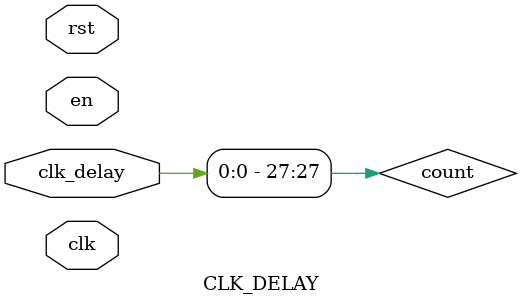
<source format=sv>
`timescale 1ns / 1ps

module CLK_DELAY(
    input logic clk,
    input logic rst,
    input logic en,
    input logic clk_delay
);

logic [31:0] count;

always_ff @(posedge clk) 
begin
    if(rst==1) 
        count<=0;
    else 
        begin
            if(en==0)
                count<=count;
            else if(en==1)
                count<=count+1;
        end
end

assign clk_delay = count[27];

endmodule

</source>
